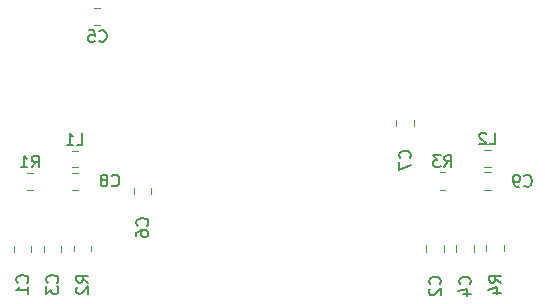
<source format=gbo>
%TF.GenerationSoftware,KiCad,Pcbnew,7.0.6*%
%TF.CreationDate,2024-01-21T00:28:06+01:00*%
%TF.ProjectId,ir_remote_control,69725f72-656d-46f7-9465-5f636f6e7472,rev?*%
%TF.SameCoordinates,PX3938700PY55d4a80*%
%TF.FileFunction,Legend,Bot*%
%TF.FilePolarity,Positive*%
%FSLAX46Y46*%
G04 Gerber Fmt 4.6, Leading zero omitted, Abs format (unit mm)*
G04 Created by KiCad (PCBNEW 7.0.6) date 2024-01-21 00:28:06*
%MOMM*%
%LPD*%
G01*
G04 APERTURE LIST*
%ADD10C,0.150000*%
%ADD11C,0.120000*%
G04 APERTURE END LIST*
D10*
X9818666Y24024420D02*
X9866285Y23976800D01*
X9866285Y23976800D02*
X10009142Y23929181D01*
X10009142Y23929181D02*
X10104380Y23929181D01*
X10104380Y23929181D02*
X10247237Y23976800D01*
X10247237Y23976800D02*
X10342475Y24072039D01*
X10342475Y24072039D02*
X10390094Y24167277D01*
X10390094Y24167277D02*
X10437713Y24357753D01*
X10437713Y24357753D02*
X10437713Y24500610D01*
X10437713Y24500610D02*
X10390094Y24691086D01*
X10390094Y24691086D02*
X10342475Y24786324D01*
X10342475Y24786324D02*
X10247237Y24881562D01*
X10247237Y24881562D02*
X10104380Y24929181D01*
X10104380Y24929181D02*
X10009142Y24929181D01*
X10009142Y24929181D02*
X9866285Y24881562D01*
X9866285Y24881562D02*
X9818666Y24833943D01*
X9247237Y24500610D02*
X9342475Y24548229D01*
X9342475Y24548229D02*
X9390094Y24595848D01*
X9390094Y24595848D02*
X9437713Y24691086D01*
X9437713Y24691086D02*
X9437713Y24738705D01*
X9437713Y24738705D02*
X9390094Y24833943D01*
X9390094Y24833943D02*
X9342475Y24881562D01*
X9342475Y24881562D02*
X9247237Y24929181D01*
X9247237Y24929181D02*
X9056761Y24929181D01*
X9056761Y24929181D02*
X8961523Y24881562D01*
X8961523Y24881562D02*
X8913904Y24833943D01*
X8913904Y24833943D02*
X8866285Y24738705D01*
X8866285Y24738705D02*
X8866285Y24691086D01*
X8866285Y24691086D02*
X8913904Y24595848D01*
X8913904Y24595848D02*
X8961523Y24548229D01*
X8961523Y24548229D02*
X9056761Y24500610D01*
X9056761Y24500610D02*
X9247237Y24500610D01*
X9247237Y24500610D02*
X9342475Y24452991D01*
X9342475Y24452991D02*
X9390094Y24405372D01*
X9390094Y24405372D02*
X9437713Y24310134D01*
X9437713Y24310134D02*
X9437713Y24119658D01*
X9437713Y24119658D02*
X9390094Y24024420D01*
X9390094Y24024420D02*
X9342475Y23976800D01*
X9342475Y23976800D02*
X9247237Y23929181D01*
X9247237Y23929181D02*
X9056761Y23929181D01*
X9056761Y23929181D02*
X8961523Y23976800D01*
X8961523Y23976800D02*
X8913904Y24024420D01*
X8913904Y24024420D02*
X8866285Y24119658D01*
X8866285Y24119658D02*
X8866285Y24310134D01*
X8866285Y24310134D02*
X8913904Y24405372D01*
X8913904Y24405372D02*
X8961523Y24452991D01*
X8961523Y24452991D02*
X9056761Y24500610D01*
X40110580Y15660667D02*
X40158200Y15708286D01*
X40158200Y15708286D02*
X40205819Y15851143D01*
X40205819Y15851143D02*
X40205819Y15946381D01*
X40205819Y15946381D02*
X40158200Y16089238D01*
X40158200Y16089238D02*
X40062961Y16184476D01*
X40062961Y16184476D02*
X39967723Y16232095D01*
X39967723Y16232095D02*
X39777247Y16279714D01*
X39777247Y16279714D02*
X39634390Y16279714D01*
X39634390Y16279714D02*
X39443914Y16232095D01*
X39443914Y16232095D02*
X39348676Y16184476D01*
X39348676Y16184476D02*
X39253438Y16089238D01*
X39253438Y16089238D02*
X39205819Y15946381D01*
X39205819Y15946381D02*
X39205819Y15851143D01*
X39205819Y15851143D02*
X39253438Y15708286D01*
X39253438Y15708286D02*
X39301057Y15660667D01*
X39539152Y14803524D02*
X40205819Y14803524D01*
X39158200Y15041619D02*
X39872485Y15279714D01*
X39872485Y15279714D02*
X39872485Y14660667D01*
X35030580Y26328667D02*
X35078200Y26376286D01*
X35078200Y26376286D02*
X35125819Y26519143D01*
X35125819Y26519143D02*
X35125819Y26614381D01*
X35125819Y26614381D02*
X35078200Y26757238D01*
X35078200Y26757238D02*
X34982961Y26852476D01*
X34982961Y26852476D02*
X34887723Y26900095D01*
X34887723Y26900095D02*
X34697247Y26947714D01*
X34697247Y26947714D02*
X34554390Y26947714D01*
X34554390Y26947714D02*
X34363914Y26900095D01*
X34363914Y26900095D02*
X34268676Y26852476D01*
X34268676Y26852476D02*
X34173438Y26757238D01*
X34173438Y26757238D02*
X34125819Y26614381D01*
X34125819Y26614381D02*
X34125819Y26519143D01*
X34125819Y26519143D02*
X34173438Y26376286D01*
X34173438Y26376286D02*
X34221057Y26328667D01*
X34125819Y25995333D02*
X34125819Y25328667D01*
X34125819Y25328667D02*
X35125819Y25757238D01*
X37976666Y25579181D02*
X38309999Y26055372D01*
X38548094Y25579181D02*
X38548094Y26579181D01*
X38548094Y26579181D02*
X38167142Y26579181D01*
X38167142Y26579181D02*
X38071904Y26531562D01*
X38071904Y26531562D02*
X38024285Y26483943D01*
X38024285Y26483943D02*
X37976666Y26388705D01*
X37976666Y26388705D02*
X37976666Y26245848D01*
X37976666Y26245848D02*
X38024285Y26150610D01*
X38024285Y26150610D02*
X38071904Y26102991D01*
X38071904Y26102991D02*
X38167142Y26055372D01*
X38167142Y26055372D02*
X38548094Y26055372D01*
X37643332Y26579181D02*
X37024285Y26579181D01*
X37024285Y26579181D02*
X37357618Y26198229D01*
X37357618Y26198229D02*
X37214761Y26198229D01*
X37214761Y26198229D02*
X37119523Y26150610D01*
X37119523Y26150610D02*
X37071904Y26102991D01*
X37071904Y26102991D02*
X37024285Y26007753D01*
X37024285Y26007753D02*
X37024285Y25769658D01*
X37024285Y25769658D02*
X37071904Y25674420D01*
X37071904Y25674420D02*
X37119523Y25626800D01*
X37119523Y25626800D02*
X37214761Y25579181D01*
X37214761Y25579181D02*
X37500475Y25579181D01*
X37500475Y25579181D02*
X37595713Y25626800D01*
X37595713Y25626800D02*
X37643332Y25674420D01*
X8746666Y36258920D02*
X8794285Y36211300D01*
X8794285Y36211300D02*
X8937142Y36163681D01*
X8937142Y36163681D02*
X9032380Y36163681D01*
X9032380Y36163681D02*
X9175237Y36211300D01*
X9175237Y36211300D02*
X9270475Y36306539D01*
X9270475Y36306539D02*
X9318094Y36401777D01*
X9318094Y36401777D02*
X9365713Y36592253D01*
X9365713Y36592253D02*
X9365713Y36735110D01*
X9365713Y36735110D02*
X9318094Y36925586D01*
X9318094Y36925586D02*
X9270475Y37020824D01*
X9270475Y37020824D02*
X9175237Y37116062D01*
X9175237Y37116062D02*
X9032380Y37163681D01*
X9032380Y37163681D02*
X8937142Y37163681D01*
X8937142Y37163681D02*
X8794285Y37116062D01*
X8794285Y37116062D02*
X8746666Y37068443D01*
X7841904Y37163681D02*
X8318094Y37163681D01*
X8318094Y37163681D02*
X8365713Y36687491D01*
X8365713Y36687491D02*
X8318094Y36735110D01*
X8318094Y36735110D02*
X8222856Y36782729D01*
X8222856Y36782729D02*
X7984761Y36782729D01*
X7984761Y36782729D02*
X7889523Y36735110D01*
X7889523Y36735110D02*
X7841904Y36687491D01*
X7841904Y36687491D02*
X7794285Y36592253D01*
X7794285Y36592253D02*
X7794285Y36354158D01*
X7794285Y36354158D02*
X7841904Y36258920D01*
X7841904Y36258920D02*
X7889523Y36211300D01*
X7889523Y36211300D02*
X7984761Y36163681D01*
X7984761Y36163681D02*
X8222856Y36163681D01*
X8222856Y36163681D02*
X8318094Y36211300D01*
X8318094Y36211300D02*
X8365713Y36258920D01*
X12805580Y20613667D02*
X12853200Y20661286D01*
X12853200Y20661286D02*
X12900819Y20804143D01*
X12900819Y20804143D02*
X12900819Y20899381D01*
X12900819Y20899381D02*
X12853200Y21042238D01*
X12853200Y21042238D02*
X12757961Y21137476D01*
X12757961Y21137476D02*
X12662723Y21185095D01*
X12662723Y21185095D02*
X12472247Y21232714D01*
X12472247Y21232714D02*
X12329390Y21232714D01*
X12329390Y21232714D02*
X12138914Y21185095D01*
X12138914Y21185095D02*
X12043676Y21137476D01*
X12043676Y21137476D02*
X11948438Y21042238D01*
X11948438Y21042238D02*
X11900819Y20899381D01*
X11900819Y20899381D02*
X11900819Y20804143D01*
X11900819Y20804143D02*
X11948438Y20661286D01*
X11948438Y20661286D02*
X11996057Y20613667D01*
X11900819Y19756524D02*
X11900819Y19947000D01*
X11900819Y19947000D02*
X11948438Y20042238D01*
X11948438Y20042238D02*
X11996057Y20089857D01*
X11996057Y20089857D02*
X12138914Y20185095D01*
X12138914Y20185095D02*
X12329390Y20232714D01*
X12329390Y20232714D02*
X12710342Y20232714D01*
X12710342Y20232714D02*
X12805580Y20185095D01*
X12805580Y20185095D02*
X12853200Y20137476D01*
X12853200Y20137476D02*
X12900819Y20042238D01*
X12900819Y20042238D02*
X12900819Y19851762D01*
X12900819Y19851762D02*
X12853200Y19756524D01*
X12853200Y19756524D02*
X12805580Y19708905D01*
X12805580Y19708905D02*
X12710342Y19661286D01*
X12710342Y19661286D02*
X12472247Y19661286D01*
X12472247Y19661286D02*
X12377009Y19708905D01*
X12377009Y19708905D02*
X12329390Y19756524D01*
X12329390Y19756524D02*
X12281771Y19851762D01*
X12281771Y19851762D02*
X12281771Y20042238D01*
X12281771Y20042238D02*
X12329390Y20137476D01*
X12329390Y20137476D02*
X12377009Y20185095D01*
X12377009Y20185095D02*
X12472247Y20232714D01*
X42745819Y15787667D02*
X42269628Y16121000D01*
X42745819Y16359095D02*
X41745819Y16359095D01*
X41745819Y16359095D02*
X41745819Y15978143D01*
X41745819Y15978143D02*
X41793438Y15882905D01*
X41793438Y15882905D02*
X41841057Y15835286D01*
X41841057Y15835286D02*
X41936295Y15787667D01*
X41936295Y15787667D02*
X42079152Y15787667D01*
X42079152Y15787667D02*
X42174390Y15835286D01*
X42174390Y15835286D02*
X42222009Y15882905D01*
X42222009Y15882905D02*
X42269628Y15978143D01*
X42269628Y15978143D02*
X42269628Y16359095D01*
X42079152Y14930524D02*
X42745819Y14930524D01*
X41698200Y15168619D02*
X42412485Y15406714D01*
X42412485Y15406714D02*
X42412485Y14787667D01*
X41786666Y27484181D02*
X42262856Y27484181D01*
X42262856Y27484181D02*
X42262856Y28484181D01*
X41500951Y28388943D02*
X41453332Y28436562D01*
X41453332Y28436562D02*
X41358094Y28484181D01*
X41358094Y28484181D02*
X41119999Y28484181D01*
X41119999Y28484181D02*
X41024761Y28436562D01*
X41024761Y28436562D02*
X40977142Y28388943D01*
X40977142Y28388943D02*
X40929523Y28293705D01*
X40929523Y28293705D02*
X40929523Y28198467D01*
X40929523Y28198467D02*
X40977142Y28055610D01*
X40977142Y28055610D02*
X41548570Y27484181D01*
X41548570Y27484181D02*
X40929523Y27484181D01*
X6851666Y27441181D02*
X7327856Y27441181D01*
X7327856Y27441181D02*
X7327856Y28441181D01*
X5994523Y27441181D02*
X6565951Y27441181D01*
X6280237Y27441181D02*
X6280237Y28441181D01*
X6280237Y28441181D02*
X6375475Y28298324D01*
X6375475Y28298324D02*
X6470713Y28203086D01*
X6470713Y28203086D02*
X6565951Y28155467D01*
X3041666Y25536181D02*
X3374999Y26012372D01*
X3613094Y25536181D02*
X3613094Y26536181D01*
X3613094Y26536181D02*
X3232142Y26536181D01*
X3232142Y26536181D02*
X3136904Y26488562D01*
X3136904Y26488562D02*
X3089285Y26440943D01*
X3089285Y26440943D02*
X3041666Y26345705D01*
X3041666Y26345705D02*
X3041666Y26202848D01*
X3041666Y26202848D02*
X3089285Y26107610D01*
X3089285Y26107610D02*
X3136904Y26059991D01*
X3136904Y26059991D02*
X3232142Y26012372D01*
X3232142Y26012372D02*
X3613094Y26012372D01*
X2089285Y25536181D02*
X2660713Y25536181D01*
X2374999Y25536181D02*
X2374999Y26536181D01*
X2374999Y26536181D02*
X2470237Y26393324D01*
X2470237Y26393324D02*
X2565475Y26298086D01*
X2565475Y26298086D02*
X2660713Y26250467D01*
X2645580Y15787667D02*
X2693200Y15835286D01*
X2693200Y15835286D02*
X2740819Y15978143D01*
X2740819Y15978143D02*
X2740819Y16073381D01*
X2740819Y16073381D02*
X2693200Y16216238D01*
X2693200Y16216238D02*
X2597961Y16311476D01*
X2597961Y16311476D02*
X2502723Y16359095D01*
X2502723Y16359095D02*
X2312247Y16406714D01*
X2312247Y16406714D02*
X2169390Y16406714D01*
X2169390Y16406714D02*
X1978914Y16359095D01*
X1978914Y16359095D02*
X1883676Y16311476D01*
X1883676Y16311476D02*
X1788438Y16216238D01*
X1788438Y16216238D02*
X1740819Y16073381D01*
X1740819Y16073381D02*
X1740819Y15978143D01*
X1740819Y15978143D02*
X1788438Y15835286D01*
X1788438Y15835286D02*
X1836057Y15787667D01*
X2740819Y14835286D02*
X2740819Y15406714D01*
X2740819Y15121000D02*
X1740819Y15121000D01*
X1740819Y15121000D02*
X1883676Y15216238D01*
X1883676Y15216238D02*
X1978914Y15311476D01*
X1978914Y15311476D02*
X2026533Y15406714D01*
X44743666Y24001920D02*
X44791285Y23954300D01*
X44791285Y23954300D02*
X44934142Y23906681D01*
X44934142Y23906681D02*
X45029380Y23906681D01*
X45029380Y23906681D02*
X45172237Y23954300D01*
X45172237Y23954300D02*
X45267475Y24049539D01*
X45267475Y24049539D02*
X45315094Y24144777D01*
X45315094Y24144777D02*
X45362713Y24335253D01*
X45362713Y24335253D02*
X45362713Y24478110D01*
X45362713Y24478110D02*
X45315094Y24668586D01*
X45315094Y24668586D02*
X45267475Y24763824D01*
X45267475Y24763824D02*
X45172237Y24859062D01*
X45172237Y24859062D02*
X45029380Y24906681D01*
X45029380Y24906681D02*
X44934142Y24906681D01*
X44934142Y24906681D02*
X44791285Y24859062D01*
X44791285Y24859062D02*
X44743666Y24811443D01*
X44267475Y23906681D02*
X44076999Y23906681D01*
X44076999Y23906681D02*
X43981761Y23954300D01*
X43981761Y23954300D02*
X43934142Y24001920D01*
X43934142Y24001920D02*
X43838904Y24144777D01*
X43838904Y24144777D02*
X43791285Y24335253D01*
X43791285Y24335253D02*
X43791285Y24716205D01*
X43791285Y24716205D02*
X43838904Y24811443D01*
X43838904Y24811443D02*
X43886523Y24859062D01*
X43886523Y24859062D02*
X43981761Y24906681D01*
X43981761Y24906681D02*
X44172237Y24906681D01*
X44172237Y24906681D02*
X44267475Y24859062D01*
X44267475Y24859062D02*
X44315094Y24811443D01*
X44315094Y24811443D02*
X44362713Y24716205D01*
X44362713Y24716205D02*
X44362713Y24478110D01*
X44362713Y24478110D02*
X44315094Y24382872D01*
X44315094Y24382872D02*
X44267475Y24335253D01*
X44267475Y24335253D02*
X44172237Y24287634D01*
X44172237Y24287634D02*
X43981761Y24287634D01*
X43981761Y24287634D02*
X43886523Y24335253D01*
X43886523Y24335253D02*
X43838904Y24382872D01*
X43838904Y24382872D02*
X43791285Y24478110D01*
X7820819Y15787667D02*
X7344628Y16121000D01*
X7820819Y16359095D02*
X6820819Y16359095D01*
X6820819Y16359095D02*
X6820819Y15978143D01*
X6820819Y15978143D02*
X6868438Y15882905D01*
X6868438Y15882905D02*
X6916057Y15835286D01*
X6916057Y15835286D02*
X7011295Y15787667D01*
X7011295Y15787667D02*
X7154152Y15787667D01*
X7154152Y15787667D02*
X7249390Y15835286D01*
X7249390Y15835286D02*
X7297009Y15882905D01*
X7297009Y15882905D02*
X7344628Y15978143D01*
X7344628Y15978143D02*
X7344628Y16359095D01*
X6916057Y15406714D02*
X6868438Y15359095D01*
X6868438Y15359095D02*
X6820819Y15263857D01*
X6820819Y15263857D02*
X6820819Y15025762D01*
X6820819Y15025762D02*
X6868438Y14930524D01*
X6868438Y14930524D02*
X6916057Y14882905D01*
X6916057Y14882905D02*
X7011295Y14835286D01*
X7011295Y14835286D02*
X7106533Y14835286D01*
X7106533Y14835286D02*
X7249390Y14882905D01*
X7249390Y14882905D02*
X7820819Y15454333D01*
X7820819Y15454333D02*
X7820819Y14835286D01*
X5185580Y15787667D02*
X5233200Y15835286D01*
X5233200Y15835286D02*
X5280819Y15978143D01*
X5280819Y15978143D02*
X5280819Y16073381D01*
X5280819Y16073381D02*
X5233200Y16216238D01*
X5233200Y16216238D02*
X5137961Y16311476D01*
X5137961Y16311476D02*
X5042723Y16359095D01*
X5042723Y16359095D02*
X4852247Y16406714D01*
X4852247Y16406714D02*
X4709390Y16406714D01*
X4709390Y16406714D02*
X4518914Y16359095D01*
X4518914Y16359095D02*
X4423676Y16311476D01*
X4423676Y16311476D02*
X4328438Y16216238D01*
X4328438Y16216238D02*
X4280819Y16073381D01*
X4280819Y16073381D02*
X4280819Y15978143D01*
X4280819Y15978143D02*
X4328438Y15835286D01*
X4328438Y15835286D02*
X4376057Y15787667D01*
X4280819Y15454333D02*
X4280819Y14835286D01*
X4280819Y14835286D02*
X4661771Y15168619D01*
X4661771Y15168619D02*
X4661771Y15025762D01*
X4661771Y15025762D02*
X4709390Y14930524D01*
X4709390Y14930524D02*
X4757009Y14882905D01*
X4757009Y14882905D02*
X4852247Y14835286D01*
X4852247Y14835286D02*
X5090342Y14835286D01*
X5090342Y14835286D02*
X5185580Y14882905D01*
X5185580Y14882905D02*
X5233200Y14930524D01*
X5233200Y14930524D02*
X5280819Y15025762D01*
X5280819Y15025762D02*
X5280819Y15311476D01*
X5280819Y15311476D02*
X5233200Y15406714D01*
X5233200Y15406714D02*
X5185580Y15454333D01*
X37570580Y15660667D02*
X37618200Y15708286D01*
X37618200Y15708286D02*
X37665819Y15851143D01*
X37665819Y15851143D02*
X37665819Y15946381D01*
X37665819Y15946381D02*
X37618200Y16089238D01*
X37618200Y16089238D02*
X37522961Y16184476D01*
X37522961Y16184476D02*
X37427723Y16232095D01*
X37427723Y16232095D02*
X37237247Y16279714D01*
X37237247Y16279714D02*
X37094390Y16279714D01*
X37094390Y16279714D02*
X36903914Y16232095D01*
X36903914Y16232095D02*
X36808676Y16184476D01*
X36808676Y16184476D02*
X36713438Y16089238D01*
X36713438Y16089238D02*
X36665819Y15946381D01*
X36665819Y15946381D02*
X36665819Y15851143D01*
X36665819Y15851143D02*
X36713438Y15708286D01*
X36713438Y15708286D02*
X36761057Y15660667D01*
X36761057Y15279714D02*
X36713438Y15232095D01*
X36713438Y15232095D02*
X36665819Y15136857D01*
X36665819Y15136857D02*
X36665819Y14898762D01*
X36665819Y14898762D02*
X36713438Y14803524D01*
X36713438Y14803524D02*
X36761057Y14755905D01*
X36761057Y14755905D02*
X36856295Y14708286D01*
X36856295Y14708286D02*
X36951533Y14708286D01*
X36951533Y14708286D02*
X37094390Y14755905D01*
X37094390Y14755905D02*
X37665819Y15327333D01*
X37665819Y15327333D02*
X37665819Y14708286D01*
D11*
%TO.C,C8*%
X6423748Y25076000D02*
X6946252Y25076000D01*
X6423748Y23606000D02*
X6946252Y23606000D01*
%TO.C,C4*%
X40450000Y18931252D02*
X40450000Y18408748D01*
X38980000Y18931252D02*
X38980000Y18408748D01*
%TO.C,C7*%
X33900000Y29032748D02*
X33900000Y29555252D01*
X35370000Y29032748D02*
X35370000Y29555252D01*
%TO.C,R3*%
X38037064Y23649000D02*
X37582936Y23649000D01*
X38037064Y25119000D02*
X37582936Y25119000D01*
%TO.C,C5*%
X8318748Y39033500D02*
X8841252Y39033500D01*
X8318748Y37563500D02*
X8841252Y37563500D01*
%TO.C,C6*%
X11665000Y23246248D02*
X11665000Y23768752D01*
X13135000Y23246248D02*
X13135000Y23768752D01*
%TO.C,R4*%
X41520000Y18480436D02*
X41520000Y18934564D01*
X42990000Y18480436D02*
X42990000Y18934564D01*
%TO.C,L2*%
X41881252Y25579000D02*
X41358748Y25579000D01*
X41881252Y26999000D02*
X41358748Y26999000D01*
%TO.C,L1*%
X6946252Y25536000D02*
X6423748Y25536000D01*
X6946252Y26956000D02*
X6423748Y26956000D01*
%TO.C,R1*%
X3102064Y23606000D02*
X2647936Y23606000D01*
X3102064Y25076000D02*
X2647936Y25076000D01*
%TO.C,C1*%
X1505000Y18398748D02*
X1505000Y18921252D01*
X2975000Y18398748D02*
X2975000Y18921252D01*
%TO.C,C9*%
X41358748Y25119000D02*
X41881252Y25119000D01*
X41358748Y23649000D02*
X41881252Y23649000D01*
%TO.C,R2*%
X6585000Y18470436D02*
X6585000Y18924564D01*
X8055000Y18470436D02*
X8055000Y18924564D01*
%TO.C,C3*%
X4045000Y18921252D02*
X4045000Y18398748D01*
X5515000Y18921252D02*
X5515000Y18398748D01*
%TO.C,C2*%
X36440000Y18408748D02*
X36440000Y18931252D01*
X37910000Y18408748D02*
X37910000Y18931252D01*
%TD*%
M02*

</source>
